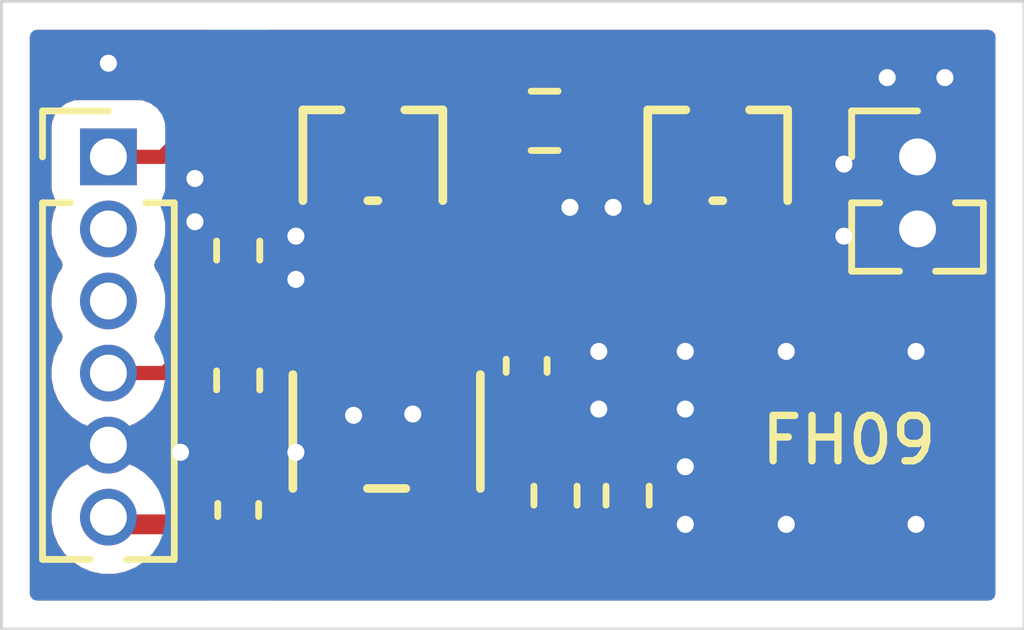
<source format=kicad_pcb>
(kicad_pcb (version 20241229) (generator "pcbnew") (generator_version "9.0")
  (layers (0 "F.Cu" signal) (2 "B.Cu" signal) (13 "F.Paste" user) (15 "B.Paste" user) (5 "F.SilkS" user "F.Silkscreen") (7 "B.SilkS" user "B.Silkscreen") (1 "F.Mask" user) (3 "B.Mask" user) (25 "Edge.Cuts" user))
  (net 0 "")
  (net 1 "/VDD")
  (net 2 "/GND")
  (net 3 "/VCC")
  (net 4 "/VCOIL_N")
  (net 5 "/VCOIL_P")
  (net 6 "Net-(R1-Pad2)")
  (net 7 "/GPIO_1")
  (net 8 "/GPIO_0")
  (net 9 "/GPIO_2")
  (net 10 "/GPIO_3")
  (footprint "Resistor_SMD:R_0402_1005Metric_Pad0.72x0.64mm_HandSolder" (layer "F.Cu") (at 121.666 90.68 90)
    (property "Reference" "R3" (hide yes))
    (property "Value" "R")
    (fp_line (start -0.167621 -0.38) (end 0.167621 -0.38) (stroke (width 0.12)) (layer "F.SilkS"))
    (fp_line (start -0.167621 0.38) (end 0.167621 0.38) (stroke (width 0.12)) (layer "F.SilkS"))
    (pad "1" smd roundrect (at -0.5975 0 90) (size 0.715 0.64) (layers "F.Cu" "F.Mask" "F.Paste") (net 3 "/VCC"))
    (pad "2" smd roundrect (at 0.5975 0 90) (size 0.715 0.64) (layers "F.Cu" "F.Mask" "F.Paste") (net 8 "/GPIO_0"))
  )
  (footprint "Resistor_SMD:R_0402_1005Metric_Pad0.72x0.64mm_HandSolder" (layer "F.Cu") (at 127.254 92.712 -90)
    (property "Reference" "R1" (hide yes))
    (property "Value" "R" (hide yes))
    (fp_line (start -0.167621 0.38) (end 0.167621 0.38) (stroke (width 0.12)) (layer "F.SilkS"))
    (fp_line (start -0.167621 -0.38) (end 0.167621 -0.38) (stroke (width 0.12)) (layer "F.SilkS"))
    (pad "1" smd roundrect (at -0.5975 0 270) (size 0.715 0.64) (layers "F.Cu" "F.Mask" "F.Paste") (net 1 "/VDD"))
    (pad "2" smd roundrect (at 0.5975 0 270) (size 0.715 0.64) (layers "F.Cu" "F.Mask" "F.Paste") (net 6 "Net-(R1-Pad2)"))
  )
  (footprint "Connector_PinHeader_1.27mm:PinHeader_1x02_P1.27mm_Vertical" (layer "F.Cu") (at 133.63 86.741)
    (property "Reference" "J1" (hide yes))
    (property "Value" "Conn_01x02_Pin" (hide yes))
    (fp_line (start -1.16 -0.81) (end 0 -0.81) (stroke (width 0.12)) (layer "F.SilkS"))
    (fp_line (start -1.16 0) (end -1.16 -0.81) (stroke (width 0.12)) (layer "F.SilkS"))
    (fp_line (start -1.16 0.81) (end -1.16 2.015) (stroke (width 0.12)) (layer "F.SilkS"))
    (fp_line (start -1.16 0.81) (end -0.666708 0.81) (stroke (width 0.12)) (layer "F.SilkS"))
    (fp_line (start -1.16 2.015) (end -0.317923 2.015) (stroke (width 0.12)) (layer "F.SilkS"))
    (fp_line (start 0.317923 2.015) (end 1.16 2.015) (stroke (width 0.12)) (layer "F.SilkS"))
    (fp_line (start 0.666708 0.81) (end 1.16 0.81) (stroke (width 0.12)) (layer "F.SilkS"))
    (fp_line (start 1.16 0.81) (end 1.16 2.015) (stroke (width 0.12)) (layer "F.SilkS"))
    (pad "1" thru_hole rect (at 0 0) (size 1 1) (drill 0.65) (layers "*.Cu" "*.Mask") (net 2 "/GND"))
    (pad "2" thru_hole circle (at 0 1.27) (size 1 1) (drill 0.65) (layers "*.Cu" "*.Mask") (net 2 "/GND"))
  )
  (footprint "Capacitor_SMD:C_0402_1005Metric_Pad0.74x0.62mm_HandSolder" (layer "F.Cu") (at 126.746 90.424 -90)
    (property "Reference" "C2" (hide yes))
    (property "Value" "C_Small_US" (hide yes))
    (fp_line (start -0.115835 0.36) (end 0.115835 0.36) (stroke (width 0.12)) (layer "F.SilkS"))
    (fp_line (start -0.115835 -0.36) (end 0.115835 -0.36) (stroke (width 0.12)) (layer "F.SilkS"))
    (pad "1" smd roundrect (at -0.5675 0 270) (size 0.735 0.62) (layers "F.Cu" "F.Mask" "F.Paste") (net 3 "/VCC"))
    (pad "2" smd roundrect (at 0.5675 0 270) (size 0.735 0.62) (layers "F.Cu" "F.Mask" "F.Paste") (net 2 "/GND"))
  )
  (footprint "headstage_footprints:SC-70_SOT323_NEX" (layer "F.Cu") (at 130.111 86.713)
    (property "Reference" "U3" (hide yes))
    (property "Value" "~" (hide yes))
    (fp_line (start -1.2319 -0.8001) (end -1.2319 0.8001) (stroke (width 0.1524)) (layer "F.SilkS"))
    (fp_line (start -0.56134 -0.8001) (end -1.2319 -0.8001) (stroke (width 0.1524)) (layer "F.SilkS"))
    (fp_line (start -0.088659 0.8001) (end 0.088659 0.8001) (stroke (width 0.1524)) (layer "F.SilkS"))
    (fp_line (start 1.2319 -0.8001) (end 0.56134 -0.8001) (stroke (width 0.1524)) (layer "F.SilkS"))
    (fp_line (start 1.2319 0.8001) (end 1.2319 -0.8001) (stroke (width 0.1524)) (layer "F.SilkS"))
    (pad "1" smd rect (at -0.649999 0.8763) (size 0.4572 1.1684) (layers "F.Cu" "F.Mask" "F.Paste") (net 2 "/GND"))
    (pad "2" smd rect (at 0.649999 0.8763) (size 0.4572 1.1684) (layers "F.Cu" "F.Mask" "F.Paste") (net 3 "/VCC"))
    (pad "3" smd rect (at 0 -0.8763) (size 0.4572 1.1684) (layers "F.Cu" "F.Mask" "F.Paste") (net 5 "/VCOIL_P"))
  )
  (footprint "Resistor_SMD:R_0402_1005Metric_Pad0.72x0.64mm_HandSolder" (layer "F.Cu") (at 121.666 88.392 90)
    (property "Reference" "R4" (hide yes))
    (property "Value" "R" (hide yes))
    (fp_line (start -0.167621 -0.38) (end 0.167621 -0.38) (stroke (width 0.12)) (layer "F.SilkS"))
    (fp_line (start -0.167621 0.38) (end 0.167621 0.38) (stroke (width 0.12)) (layer "F.SilkS"))
    (pad "1" smd roundrect (at -0.5975 0 90) (size 0.715 0.64) (layers "F.Cu" "F.Mask" "F.Paste") (net 8 "/GPIO_0"))
    (pad "2" smd roundrect (at 0.5975 0 90) (size 0.715 0.64) (layers "F.Cu" "F.Mask" "F.Paste") (net 2 "/GND"))
  )
  (footprint "Resistor_SMD:R_0603_1608Metric" (layer "F.Cu") (at 127.063 86.106)
    (property "Reference" "J4" (hide yes))
    (property "Value" "~" (hide yes))
    (fp_line (start -0.237258 -0.5225) (end 0.237258 -0.5225) (stroke (width 0.12)) (layer "F.SilkS"))
    (fp_line (start -0.237258 0.5225) (end 0.237258 0.5225) (stroke (width 0.12)) (layer "F.SilkS"))
    (pad "1" smd roundrect (at -0.825 0) (size 0.8 0.95) (layers "F.Cu" "F.Mask" "F.Paste") (net 4 "/VCOIL_N"))
    (pad "2" smd roundrect (at 0.825 0) (size 0.8 0.95) (layers "F.Cu" "F.Mask" "F.Paste") (net 5 "/VCOIL_P"))
  )
  (footprint "headstage_footprints:SC-70_SOT323_NEX" (layer "F.Cu") (at 124.038 86.713)
    (property "Reference" "U4" (hide yes))
    (property "Value" "~" (hide yes))
    (fp_line (start -1.2319 -0.8001) (end -1.2319 0.8001) (stroke (width 0.1524)) (layer "F.SilkS"))
    (fp_line (start -0.56134 -0.8001) (end -1.2319 -0.8001) (stroke (width 0.1524)) (layer "F.SilkS"))
    (fp_line (start -0.088659 0.8001) (end 0.088659 0.8001) (stroke (width 0.1524)) (layer "F.SilkS"))
    (fp_line (start 1.2319 -0.8001) (end 0.56134 -0.8001) (stroke (width 0.1524)) (layer "F.SilkS"))
    (fp_line (start 1.2319 0.8001) (end 1.2319 -0.8001) (stroke (width 0.1524)) (layer "F.SilkS"))
    (pad "1" smd rect (at -0.649999 0.8763) (size 0.4572 1.1684) (layers "F.Cu" "F.Mask" "F.Paste") (net 2 "/GND"))
    (pad "2" smd rect (at 0.649999 0.8763) (size 0.4572 1.1684) (layers "F.Cu" "F.Mask" "F.Paste") (net 3 "/VCC"))
    (pad "3" smd rect (at 0 -0.8763) (size 0.4572 1.1684) (layers "F.Cu" "F.Mask" "F.Paste") (net 4 "/VCOIL_N"))
  )
  (footprint "LED_SMD:LED_0402_1005Metric_Pad0.77x0.64mm_HandSolder" (layer "F.Cu") (at 121.666 86.106 90)
    (property "Reference" "D1" (hide yes))
    (property "Value" "LED" (hide yes))
    (pad "1" smd roundrect (at -0.5725 0 90) (size 0.765 0.64) (layers "F.Cu" "F.Mask" "F.Paste") (net 2 "/GND"))
    (pad "2" smd roundrect (at 0.5725 0 90) (size 0.765 0.64) (layers "F.Cu" "F.Mask" "F.Paste") (net 7 "/GPIO_1"))
  )
  (footprint "Resistor_SMD:R_0402_1005Metric_Pad0.72x0.64mm_HandSolder" (layer "F.Cu") (at 128.524 92.712 90)
    (property "Reference" "R2" (hide yes))
    (property "Value" "R" (hide yes))
    (fp_line (start -0.167621 -0.38) (end 0.167621 -0.38) (stroke (width 0.12)) (layer "F.SilkS"))
    (fp_line (start -0.167621 0.38) (end 0.167621 0.38) (stroke (width 0.12)) (layer "F.SilkS"))
    (pad "1" smd roundrect (at -0.5975 0 90) (size 0.715 0.64) (layers "F.Cu" "F.Mask" "F.Paste") (net 6 "Net-(R1-Pad2)"))
    (pad "2" smd roundrect (at 0.5975 0 90) (size 0.715 0.64) (layers "F.Cu" "F.Mask" "F.Paste") (net 2 "/GND"))
  )
  (footprint "headstage_footprints:UJ-5_ADI" (layer "F.Cu") (at 124.280001 91.58205 -90)
    (property "Reference" "U2" (hide yes))
    (property "Value" "~" (hide yes))
    (fp_line (start -1.0033 1.651) (end 1.0033 1.651) (stroke (width 0.1524)) (layer "F.SilkS"))
    (fp_line (start 1.0033 0.337861) (end 1.0033 -0.337861) (stroke (width 0.1524)) (layer "F.SilkS"))
    (fp_line (start 1.0033 -1.651) (end -1.0033 -1.651) (stroke (width 0.1524)) (layer "F.SilkS"))
    (pad "1" smd rect (at -1.37795 -0.950001 270) (size 1.0033 0.5588) (layers "F.Cu" "F.Mask" "F.Paste") (net 3 "/VCC"))
    (pad "2" smd rect (at -1.37795 0 270) (size 1.0033 0.5588) (layers "F.Cu" "F.Mask" "F.Paste") (net 2 "/GND"))
    (pad "3" smd rect (at -1.37795 0.950001 270) (size 1.0033 0.5588) (layers "F.Cu" "F.Mask" "F.Paste") (net 3 "/VCC"))
    (pad "4" smd rect (at 1.37795 0.950001 270) (size 1.0033 0.5588) (layers "F.Cu" "F.Mask" "F.Paste") (net 1 "/VDD"))
    (pad "5" smd rect (at 1.37795 -0.950001 270) (size 1.0033 0.5588) (layers "F.Cu" "F.Mask" "F.Paste") (net 6 "Net-(R1-Pad2)"))
  )
  (footprint "Connector_PinHeader_1.27mm:PinHeader_1x06_P1.27mm_Vertical" (layer "F.Cu") (at 119.38 86.741)
    (property "Reference" "J3" (hide yes))
    (property "Value" "Conn_01x06_Pin" (hide yes))
    (fp_line (start -1.16 -0.81) (end 0 -0.81) (stroke (width 0.12)) (layer "F.SilkS"))
    (fp_line (start -1.16 0) (end -1.16 -0.81) (stroke (width 0.12)) (layer "F.SilkS"))
    (fp_line (start -1.16 0.81) (end -1.16 7.095) (stroke (width 0.12)) (layer "F.SilkS"))
    (fp_line (start -1.16 0.81) (end -0.666708 0.81) (stroke (width 0.12)) (layer "F.SilkS"))
    (fp_line (start -1.16 7.095) (end -0.317923 7.095) (stroke (width 0.12)) (layer "F.SilkS"))
    (fp_line (start 0.317923 7.095) (end 1.16 7.095) (stroke (width 0.12)) (layer "F.SilkS"))
    (fp_line (start 0.666708 0.81) (end 1.16 0.81) (stroke (width 0.12)) (layer "F.SilkS"))
    (fp_line (start 1.16 0.81) (end 1.16 7.095) (stroke (width 0.12)) (layer "F.SilkS"))
    (pad "1" thru_hole rect (at 0 0) (size 1 1) (drill 0.65) (layers "*.Cu" "*.Mask") (net 7 "/GPIO_1"))
    (pad "2" thru_hole circle (at 0 1.27) (size 1 1) (drill 0.65) (layers "*.Cu" "*.Mask") (net 10 "/GPIO_3"))
    (pad "3" thru_hole circle (at 0 2.54) (size 1 1) (drill 0.65) (layers "*.Cu" "*.Mask") (net 9 "/GPIO_2"))
    (pad "4" thru_hole circle (at 0 3.81) (size 1 1) (drill 0.65) (layers "*.Cu" "*.Mask") (net 8 "/GPIO_0"))
    (pad "5" thru_hole circle (at 0 5.08) (size 1 1) (drill 0.65) (layers "*.Cu" "*.Mask") (net 2 "/GND"))
    (pad "6" thru_hole circle (at 0 6.35) (size 1 1) (drill 0.65) (layers "*.Cu" "*.Mask") (net 1 "/VDD"))
  )
  (footprint "Capacitor_SMD:C_0402_1005Metric_Pad0.74x0.62mm_HandSolder" (layer "F.Cu") (at 121.666 92.964 90)
    (property "Reference" "C1" (hide yes))
    (property "Value" "C_Small_US" (hide yes))
    (fp_line (start -0.115835 -0.36) (end 0.115835 -0.36) (stroke (width 0.12)) (layer "F.SilkS"))
    (fp_line (start -0.115835 0.36) (end 0.115835 0.36) (stroke (width 0.12)) (layer "F.SilkS"))
    (pad "1" smd roundrect (at -0.5675 0 90) (size 0.735 0.62) (layers "F.Cu" "F.Mask" "F.Paste") (net 1 "/VDD"))
    (pad "2" smd roundrect (at 0.5675 0 90) (size 0.735 0.62) (layers "F.Cu" "F.Mask" "F.Paste") (net 2 "/GND"))
  )
  (gr_rect (start 117.496 84.001) (end 135.504 95.062) (stroke (width 0.05)) (fill no) (layer "Edge.Cuts"))
  (gr_text "FH09" (at 130.81 92.202 0) (layer "F.SilkS") (effects (font (size 0.8 0.8) (thickness 0.13)) (justify left bottom)))
  (segment (start 119.507 93.218) (end 119.38 93.091) (width 0.35) (layer "F.Cu") (net 1))
  (segment (start 121.3525 93.218) (end 119.507 93.218) (width 0.35) (layer "F.Cu") (net 1))
  (segment (start 121.666 93.5315) (end 121.3525 93.218) (width 0.35) (layer "F.Cu") (net 1))
  (segment (start 123.639 92.651) (end 122.7585 93.5315) (width 0.35) (layer "F.Cu") (net 1))
  (segment (start 127.21135 92.15935) (end 127.254 92.202) (width 0.2) (layer "F.Cu") (net 1))
  (segment (start 121.666 93.468) (end 121.666 93.472) (width 0.2) (layer "F.Cu") (net 1))
  (segment (start 123.33 92.96) (end 123.639 92.651) (width 0.35) (layer "F.Cu") (net 1))
  (segment (start 124.342 91.948) (end 127.0875 91.948) (width 0.35) (layer "F.Cu") (net 1))
  (segment (start 127.0875 91.948) (end 127.254 92.1145) (width 0.35) (layer "F.Cu") (net 1))
  (segment (start 122.7585 93.5315) (end 121.666 93.5315) (width 0.35) (layer "F.Cu") (net 1))
  (segment (start 123.639 92.651) (end 124.342 91.948) (width 0.35) (layer "F.Cu") (net 1))
  (segment (start 123.33 92.96) (end 123.34 92.96) (width 0.2) (layer "F.Cu") (net 1))
  (segment (start 119.38 91.821) (end 119.384 91.825) (width 0.2) (layer "F.Cu") (net 2))
  (segment (start 133.63 86.741) (end 133.63 88.011) (width 0.75) (layer "F.Cu") (net 2))
  (via (at 129.54 93.218) (size 0.6) (drill 0.3) (layers "F.Cu" "B.Cu") (net 2))
  (via (at 133.604 90.17) (size 0.6) (drill 0.3) (layers "F.Cu" "B.Cu") (net 2))
  (via (at 133.604 93.218) (size 0.6) (drill 0.3) (layers "F.Cu" "B.Cu") (net 2))
  (via (at 129.54 90.17) (size 0.6) (drill 0.3) (layers "F.Cu" "B.Cu") (net 2))
  (via (at 128.27 87.63) (size 0.6) (drill 0.3) (layers "F.Cu" "B.Cu") (net 2))
  (via (at 134.112 85.344) (size 0.6) (drill 0.3) (layers "F.Cu" "B.Cu") (net 2))
  (via (at 124.740799 91.273) (size 0.6) (drill 0.3) (layers "F.Cu" "B.Cu") (net 2))
  (via (at 123.698 91.295962) (size 0.6) (drill 0.3) (layers "F.Cu" "B.Cu") (net 2))
  (via (at 119.38 85.09) (size 0.6) (drill 0.3) (layers "F.Cu" "B.Cu") (net 2))
  (via (at 127.508 87.63) (size 0.6) (drill 0.3) (layers "F.Cu" "B.Cu") (net 2))
  (via (at 132.334 88.138) (size 0.6) (drill 0.3) (layers "F.Cu" "B.Cu") (net 2))
  (via (at 131.318 93.218) (size 0.6) (drill 0.3) (layers "F.Cu" "B.Cu") (net 2))
  (via (at 122.682 88.9) (size 0.6) (drill 0.3) (layers "F.Cu" "B.Cu") (net 2))
  (via (at 120.65 91.948) (size 0.6) (drill 0.3) (layers "F.Cu" "B.Cu") (net 2))
  (via (at 132.334 86.868) (size 0.6) (drill 0.3) (layers "F.Cu" "B.Cu") (net 2))
  (via (at 128.016 91.186) (size 0.6) (drill 0.3) (layers "F.Cu" "B.Cu") (net 2))
  (via (at 129.54 92.202) (size 0.6) (drill 0.3) (layers "F.Cu" "B.Cu") (net 2))
  (via (at 120.904 87.884) (size 0.6) (drill 0.3) (layers "F.Cu" "B.Cu") (net 2))
  (via (at 129.54 91.186) (size 0.6) (drill 0.3) (layers "F.Cu" "B.Cu") (net 2))
  (via (at 133.096 85.344) (size 0.6) (drill 0.3) (layers "F.Cu" "B.Cu") (net 2))
  (via (at 128.016 90.17) (size 0.6) (drill 0.3) (layers "F.Cu" "B.Cu") (net 2))
  (via (at 131.318 90.17) (size 0.6) (drill 0.3) (layers "F.Cu" "B.Cu") (net 2))
  (via (at 122.682 91.948) (size 0.6) (drill 0.3) (layers "F.Cu" "B.Cu") (net 2))
  (via (at 122.682 88.138) (size 0.6) (drill 0.3) (layers "F.Cu" "B.Cu") (net 2))
  (via (at 120.904 87.122) (size 0.6) (drill 0.3) (layers "F.Cu" "B.Cu") (net 2))
  (segment (start 127 88.928) (end 129.777899 88.928) (width 0.4) (layer "F.Cu") (net 3))
  (segment (start 129.777899 88.928) (end 130.760999 87.9449) (width 0.4) (layer "F.Cu") (net 3))
  (segment (start 125.73735 88.63865) (end 124.687999 87.5893) (width 0.4) (layer "F.Cu") (net 3))
  (segment (start 124.46 88.928) (end 124.968 88.928) (width 0.4) (layer "F.Cu") (net 3))
  (segment (start 125.230002 89.190002) (end 125.230002 90.2041) (width 0.4) (layer "F.Cu") (net 3))
  (segment (start 123.33 90.2041) (end 123.33 89.30245) (width 0.4) (layer "F.Cu") (net 3))
  (segment (start 124.968 88.928) (end 125.230002 89.190002) (width 0.4) (layer "F.Cu") (net 3))
  (segment (start 123.33 89.30245) (end 123.70445 88.928) (width 0.4) (layer "F.Cu") (net 3))
  (segment (start 130.760999 87.9449) (end 130.760999 87.5893) (width 0.4) (layer "F.Cu") (net 3))
  (segment (start 126.026699 88.928) (end 125.73735 88.63865) (width 0.4) (layer "F.Cu") (net 3))
  (segment (start 123.70445 88.928) (end 124.46 88.928) (width 0.4) (layer "F.Cu") (net 3))
  (segment (start 125.347602 90.0865) (end 125.230002 90.2041) (width 0.3) (layer "F.Cu") (net 3))
  (segment (start 121.666 91.2775) (end 122.2566 91.2775) (width 0.4) (layer "F.Cu") (net 3))
  (segment (start 126.746 89.647301) (end 126.746 90.0865) (width 0.3) (layer "F.Cu") (net 3))
  (segment (start 122.2566 91.2775) (end 123.33 90.2041) (width 0.4) (layer "F.Cu") (net 3))
  (segment (start 127 88.928) (end 126.026699 88.928) (width 0.4) (layer "F.Cu") (net 3))
  (segment (start 126.746 89.647301) (end 125.73735 88.63865) (width 0.4) (layer "F.Cu") (net 3))
  (segment (start 124.46 88.928) (end 127 88.928) (width 0.4) (layer "F.Cu") (net 3))
  (segment (start 124.2467 85.628) (end 124.038 85.8367) (width 0.2) (layer "F.Cu") (net 4))
  (segment (start 125.76 85.628) (end 124.2467 85.628) (width 0.35) (layer "F.Cu") (net 4))
  (segment (start 126.238 86.106) (end 125.76 85.628) (width 0.35) (layer "F.Cu") (net 4))
  (segment (start 128.396 85.598) (end 129.8723 85.598) (width 0.35) (layer "F.Cu") (net 5))
  (segment (start 129.8723 85.598) (end 130.111 85.8367) (width 0.2) (layer "F.Cu") (net 5))
  (segment (start 127.888 86.106) (end 128.396 85.598) (width 0.35) (layer "F.Cu") (net 5))
  (segment (start 128.079 86.106) (end 127.888 86.106) (width 0.2) (layer "F.Cu") (net 5))
  (segment (start 125.98 92.96) (end 126.238 93.218) (width 0.35) (layer "F.Cu") (net 6))
  (segment (start 126.238 93.218) (end 127.252 93.218) (width 0.35) (layer "F.Cu") (net 6))
  (segment (start 125.230002 92.96) (end 125.98 92.96) (width 0.35) (layer "F.Cu") (net 6))
  (segment (start 128.524 93.222) (end 127.254 93.222) (width 0.35) (layer "F.Cu") (net 6))
  (segment (start 127.252 93.22) (end 127.254 93.222) (width 0.2) (layer "F.Cu") (net 6))
  (segment (start 121.5415 85.5335) (end 120.334 86.741) (width 0.25) (layer "F.Cu") (net 7))
  (segment (start 121.666 85.5335) (end 121.5415 85.5335) (width 0.25) (layer "F.Cu") (net 7))
  (segment (start 120.334 86.741) (end 119.38 86.741) (width 0.25) (layer "F.Cu") (net 7))
  (segment (start 120.755 90.17) (end 121.666 90.17) (width 0.25) (layer "F.Cu") (net 8))
  (segment (start 121.666 90.17) (end 121.666 89.158) (width 0.25) (layer "F.Cu") (net 8))
  (segment (start 120.374 90.551) (end 119.38 90.551) (width 0.25) (layer "F.Cu") (net 8))
  (segment (start 121.7 90.11) (end 121.72 90.13) (width 0.2) (layer "F.Cu") (net 8))
  (segment (start 120.374 90.551) (end 120.755 90.17) (width 0.25) (layer "F.Cu") (net 8))
  (zone (net 2) (net_name "/GND") (layers "F.Cu" "B.Cu") (connect_pads yes (clearance 0.5)) (min_thickness 0.25) (fill yes (thermal_gap 0.5) (thermal_bridge_width 0.5))
    (polygon (pts (xy 117.856 84.328) (xy 135.128 84.328) (xy 135.128 94.742) (xy 117.856 94.742)))
  )
)
</source>
